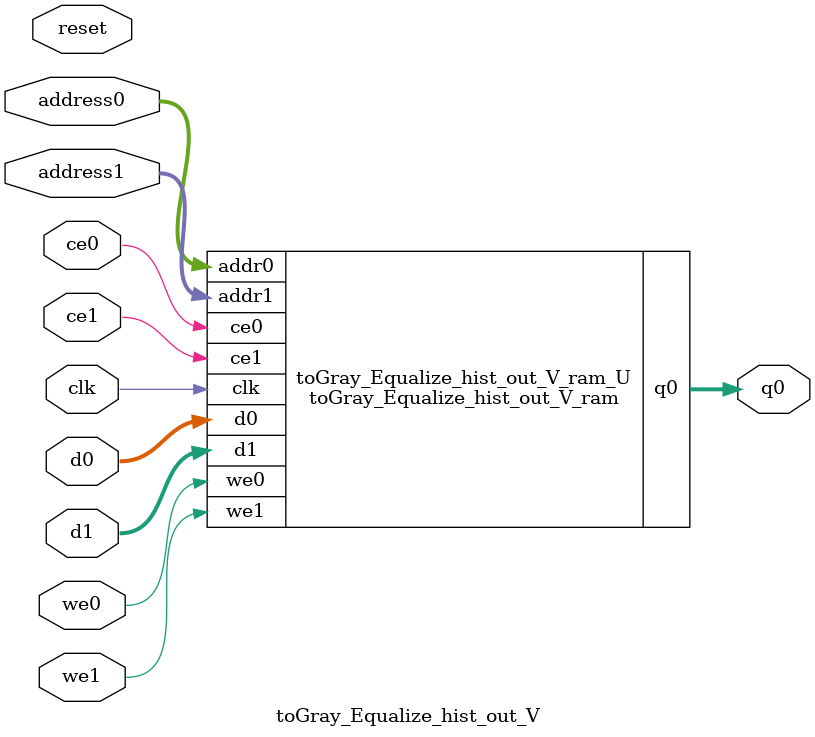
<source format=v>

`timescale 1 ns / 1 ps
module toGray_Equalize_hist_out_V_ram (addr0, ce0, d0, we0, q0, addr1, ce1, d1, we1,  clk);

parameter DWIDTH = 21;
parameter AWIDTH = 8;
parameter MEM_SIZE = 256;

input[AWIDTH-1:0] addr0;
input ce0;
input[DWIDTH-1:0] d0;
input we0;
output reg[DWIDTH-1:0] q0;
input[AWIDTH-1:0] addr1;
input ce1;
input[DWIDTH-1:0] d1;
input we1;
input clk;

(* ram_style = "block" *)reg [DWIDTH-1:0] ram[MEM_SIZE-1:0];




always @(posedge clk)  
begin 
    if (ce0) 
    begin
        if (we0) 
        begin 
            ram[addr0] <= d0; 
            q0 <= d0;
        end 
        else 
            q0 <= ram[addr0];
    end
end


always @(posedge clk)  
begin 
    if (ce1) 
    begin
        if (we1) 
        begin 
            ram[addr1] <= d1; 
        end 
    end
end


endmodule


`timescale 1 ns / 1 ps
module toGray_Equalize_hist_out_V(
    reset,
    clk,
    address0,
    ce0,
    we0,
    d0,
    q0,
    address1,
    ce1,
    we1,
    d1);

parameter DataWidth = 32'd21;
parameter AddressRange = 32'd256;
parameter AddressWidth = 32'd8;
input reset;
input clk;
input[AddressWidth - 1:0] address0;
input ce0;
input we0;
input[DataWidth - 1:0] d0;
output[DataWidth - 1:0] q0;
input[AddressWidth - 1:0] address1;
input ce1;
input we1;
input[DataWidth - 1:0] d1;



toGray_Equalize_hist_out_V_ram toGray_Equalize_hist_out_V_ram_U(
    .clk( clk ),
    .addr0( address0 ),
    .ce0( ce0 ),
    .d0( d0 ),
    .we0( we0 ),
    .q0( q0 ),
    .addr1( address1 ),
    .ce1( ce1 ),
    .d1( d1 ),
    .we1( we1 ));

endmodule


</source>
